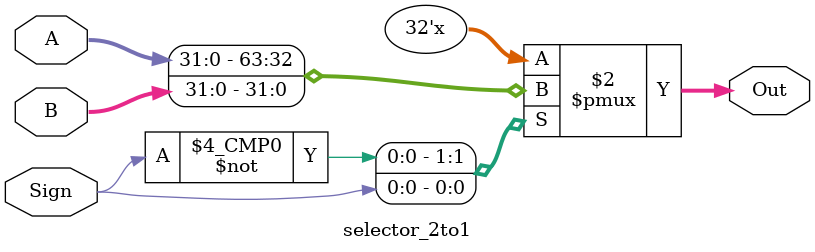
<source format=v>
`timescale 1ns / 1ps


module selector_2to1(A, B, Sign, Out);
  input [31:0] A, B;
  input Sign;
  output reg [31:0] Out;
  always @(Sign or A or B) begin
    case (Sign)
      1'b0:  Out <= A;
      1'b1:  Out <= B;
      default:  Out <= 0;
    endcase
  end
endmodule

</source>
